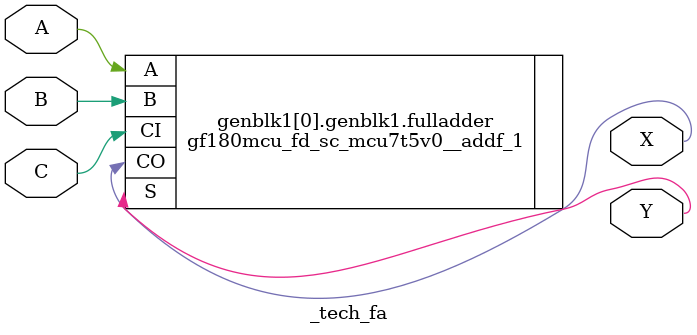
<source format=v>

(* techmap_celltype = "$fa" *)
module _tech_fa (A, B, C, X, Y);
  parameter WIDTH = 1;
  (* force_downto *)
    input [WIDTH-1 : 0] A, B, C;
  (* force_downto *)
    output [WIDTH-1 : 0] X, Y;
  
  parameter _TECHMAP_CONSTVAL_A_ = WIDTH'bx;
  parameter _TECHMAP_CONSTVAL_B_ = WIDTH'bx;
  parameter _TECHMAP_CONSTVAL_C_ = WIDTH'bx;
  
  genvar i;
  generate for (i = 0; i < WIDTH; i = i + 1) begin
      if (_TECHMAP_CONSTVAL_A_[i] === 1'b0 || _TECHMAP_CONSTVAL_B_[i] === 1'b0 || _TECHMAP_CONSTVAL_C_[i] === 1'b0) begin
        if (_TECHMAP_CONSTVAL_C_[i] === 1'b0) begin
          gf180mcu_fd_sc_mcu7t5v0__addh_1 halfadder_Cconst (
              .A(A[i]),
              .B(B[i]),
              .CO(X[i]), .S(Y[i])
            );
        end 
        else begin
          if (_TECHMAP_CONSTVAL_B_[i] === 1'b0) begin
            gf180mcu_fd_sc_mcu7t5v0__addh_1 halfadder_Bconst (
                .A(A[i]),
                .B(C[i]),
                .CO(X[i]), .S(Y[i])
              );
          end
          else begin
            gf180mcu_fd_sc_mcu7t5v0__addh_1 halfadder_Aconst (
                .A(B[i]),
                .B(C[i]),
                .CO(X[i]), .S(Y[i])
              );
          end
        end
      end
      else begin
        gf180mcu_fd_sc_mcu7t5v0__addf_1 fulladder (
            .A(A[i]), .B(B[i]), .CI(C[i]), .CO(X[i]), .S(Y[i])
          );
      end
    end endgenerate
endmodule

</source>
